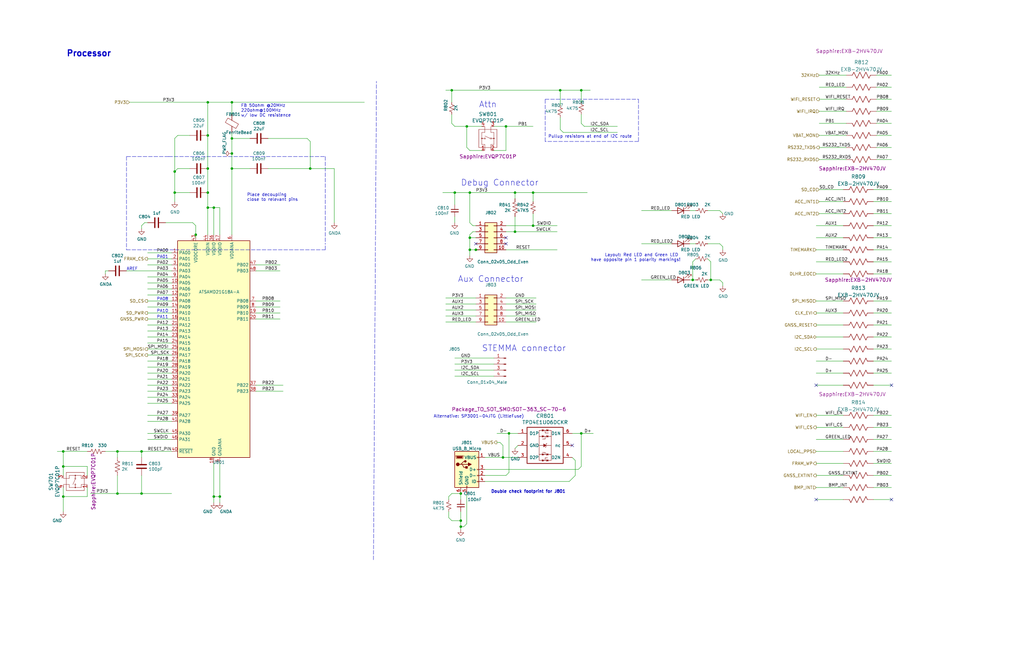
<source format=kicad_sch>
(kicad_sch (version 20211123) (generator eeschema)
  (paper "B")
  (title_block (title "Sapphire Mini M2") (date "2022-10-04") (rev "1") (company "Southern Methodist Univ") (comment 1 "Chris Hayward") (comment 2 "Markup copy w/ errors!"))
  (junction (at 97.79 71.12))
  (junction (at 97.79 43.18))
  (junction (at 292.1 118.11))
  (junction (at 49.53 190.5))
  (junction (at 87.63 81.28))
  (junction (at 73.66 72.39))
  (junction (at 130.81 71.12))
  (junction (at 87.63 43.18))
  (junction (at 224.79 81.28))
  (junction (at 90.17 209.55))
  (junction (at 198.12 105.41))
  (junction (at 59.69 190.5))
  (junction (at 190.5 38.1))
  (junction (at 194.31 219.71))
  (junction (at 87.63 87.63))
  (junction (at 299.72 118.11))
  (junction (at 194.31 208.28))
  (junction (at 213.36 53.34))
  (junction (at 198.12 81.28))
  (junction (at 73.66 81.28))
  (junction (at 82.55 99.06))
  (junction (at 212.09 193.04))
  (junction (at 214.63 182.88))
  (junction (at 59.69 208.28))
  (junction (at 92.71 209.55))
  (junction (at 217.17 97.79))
  (junction (at 196.85 53.34))
  (junction (at 198.12 100.33))
  (junction (at 191.77 81.28))
  (junction (at 87.63 57.15))
  (junction (at 87.63 71.12))
  (junction (at 236.22 38.1))
  (junction (at 217.17 81.28))
  (junction (at 26.67 209.55))
  (junction (at 49.53 208.28))
  (junction (at 194.31 222.25))
  (junction (at 97.79 58.42))
  (junction (at 245.11 38.1))
  (junction (at 224.79 95.25))
  (junction (at 200.66 105.41))
  (junction (at 26.67 190.5))
  (junction (at 97.79 64.77))
  (junction (at 245.11 182.88))
  (junction (at 90.17 87.63))
  (junction (at 26.67 196.85))
  (no_connect (at 241.3 187.96))
  (no_connect (at 213.36 102.87))
  (no_connect (at 375.92 162.56))
  (no_connect (at 375.92 210.82))
  (no_connect (at 344.17 162.56))
  (no_connect (at 344.17 210.82))
  (no_connect (at 200.66 102.87))
  (no_connect (at 213.36 100.33))
  (wire (pts (xy 345.44 57.15) (xy 356.87 57.15)))
  (wire (pts (xy 344.17 180.34) (xy 355.6 180.34)))
  (wire (pts (xy 270.51 118.11) (xy 283.21 118.11)))
  (wire (pts (xy 344.17 157.48) (xy 355.6 157.48)))
  (wire (pts (xy 217.17 97.79) (xy 213.36 97.79)))
  (wire (pts (xy 368.3 157.48) (xy 375.92 157.48)))
  (wire (pts (xy 213.36 105.41) (xy 234.95 105.41)))
  (wire (pts (xy 62.23 185.42) (xy 72.39 185.42)))
  (wire (pts (xy 87.63 71.12) (xy 87.63 81.28)))
  (wire (pts (xy 298.45 118.11) (xy 299.72 118.11)))
  (wire (pts (xy 49.53 193.04) (xy 49.53 190.5)))
  (wire (pts (xy 199.39 97.79) (xy 198.12 99.06)))
  (wire (pts (xy 237.49 55.88) (xy 260.35 55.88)))
  (wire (pts (xy 213.36 63.5) (xy 208.28 63.5)))
  (wire (pts (xy 62.23 137.16) (xy 72.39 137.16)))
  (wire (pts (xy 344.17 147.32) (xy 355.6 147.32)))
  (wire (pts (xy 214.63 182.88) (xy 218.44 182.88)))
  (wire (pts (xy 213.36 133.35) (xy 226.06 133.35)))
  (wire (pts (xy 213.36 135.89) (xy 226.06 135.89)))
  (wire (pts (xy 97.79 58.42) (xy 105.41 58.42)))
  (wire (pts (xy 217.17 81.28) (xy 224.79 81.28)))
  (wire (pts (xy 368.3 127) (xy 375.92 127)))
  (wire (pts (xy 200.66 97.79) (xy 199.39 97.79)))
  (wire (pts (xy 245.11 182.88) (xy 250.19 182.88)))
  (wire (pts (xy 242.57 194.31) (xy 242.57 200.66)))
  (wire (pts (xy 62.23 175.26) (xy 72.39 175.26)))
  (wire (pts (xy 200.66 128.27) (xy 187.96 128.27)))
  (wire (pts (xy 198.12 105.41) (xy 198.12 107.95)))
  (wire (pts (xy 44.45 114.3) (xy 44.45 115.57)))
  (wire (pts (xy 26.67 200.66) (xy 26.67 196.85)))
  (wire (pts (xy 212.09 193.04) (xy 204.47 193.04)))
  (wire (pts (xy 292.1 118.11) (xy 292.1 110.49)))
  (wire (pts (xy 195.58 222.25) (xy 194.31 222.25)))
  (wire (pts (xy 203.2 53.34) (xy 196.85 53.34)))
  (wire (pts (xy 368.3 80.01) (xy 375.92 80.01)))
  (wire (pts (xy 292.1 110.49) (xy 293.37 109.22)))
  (wire (pts (xy 213.36 125.73) (xy 226.06 125.73)))
  (wire (pts (xy 344.17 142.24) (xy 355.6 142.24)))
  (wire (pts (xy 62.23 106.68) (xy 72.39 106.68)))
  (wire (pts (xy 72.39 132.08) (xy 62.23 132.08)))
  (wire (pts (xy 292.1 118.11) (xy 293.37 118.11)))
  (wire (pts (xy 209.55 186.69) (xy 210.82 186.69)))
  (wire (pts (xy 36.83 209.55) (xy 26.67 209.55)))
  (wire (pts (xy 59.69 193.04) (xy 59.69 190.5)))
  (wire (pts (xy 368.3 185.42) (xy 375.92 185.42)))
  (wire (pts (xy 62.23 111.76) (xy 72.39 111.76)))
  (wire (pts (xy 236.22 54.61) (xy 237.49 55.88)))
  (wire (pts (xy 198.12 93.98) (xy 198.12 81.28)))
  (wire (pts (xy 214.63 182.88) (xy 214.63 199.39)))
  (wire (pts (xy 194.31 208.28) (xy 194.31 210.82)))
  (wire (pts (xy 213.36 200.66) (xy 214.63 199.39)))
  (wire (pts (xy 213.36 63.5) (xy 213.36 53.34)))
  (wire (pts (xy 245.11 52.07) (xy 246.38 53.34)))
  (wire (pts (xy 90.17 99.06) (xy 90.17 87.63)))
  (wire (pts (xy 344.17 110.49) (xy 355.6 110.49)))
  (wire (pts (xy 236.22 49.53) (xy 236.22 54.61)))
  (wire (pts (xy 49.53 190.5) (xy 44.45 190.5)))
  (wire (pts (xy 72.39 190.5) (xy 59.69 190.5)))
  (wire (pts (xy 189.23 215.9) (xy 189.23 218.44)))
  (wire (pts (xy 107.95 111.76) (xy 118.11 111.76)))
  (wire (pts (xy 38.1 208.28) (xy 49.53 208.28)))
  (wire (pts (xy 345.44 85.09) (xy 355.6 85.09)))
  (wire (pts (xy 190.5 43.18) (xy 190.5 38.1)))
  (wire (pts (xy 208.28 156.21) (xy 191.77 156.21)))
  (wire (pts (xy 369.57 31.75) (xy 375.92 31.75)))
  (wire (pts (xy 73.66 81.28) (xy 73.66 85.09)))
  (wire (pts (xy 90.17 209.55) (xy 90.17 212.09)))
  (wire (pts (xy 209.55 182.88) (xy 214.63 182.88)))
  (wire (pts (xy 344.17 175.26) (xy 355.6 175.26)))
  (wire (pts (xy 26.67 196.85) (xy 36.83 196.85)))
  (wire (pts (xy 368.3 162.56) (xy 375.92 162.56)))
  (wire (pts (xy 345.44 90.17) (xy 355.6 90.17)))
  (wire (pts (xy 73.66 72.39) (xy 74.93 71.12)))
  (wire (pts (xy 368.3 95.25) (xy 375.92 95.25)))
  (wire (pts (xy 345.44 41.91) (xy 356.87 41.91)))
  (polyline (pts (xy 137.16 105.41) (xy 137.16 102.87)))
  (wire (pts (xy 345.44 52.07) (xy 356.87 52.07)))
  (wire (pts (xy 344.17 185.42) (xy 355.6 185.42)))
  (wire (pts (xy 369.57 67.31) (xy 375.92 67.31)))
  (wire (pts (xy 62.23 182.88) (xy 72.39 182.88)))
  (wire (pts (xy 62.23 177.8) (xy 72.39 177.8)))
  (wire (pts (xy 236.22 38.1) (xy 236.22 44.45)))
  (wire (pts (xy 212.09 187.96) (xy 212.09 193.04)))
  (wire (pts (xy 194.31 215.9) (xy 194.31 219.71)))
  (wire (pts (xy 290.83 102.87) (xy 293.37 102.87)))
  (wire (pts (xy 344.17 200.66) (xy 355.6 200.66)))
  (wire (pts (xy 97.79 43.18) (xy 153.67 43.18)))
  (wire (pts (xy 97.79 71.12) (xy 105.41 71.12)))
  (wire (pts (xy 208.28 153.67) (xy 191.77 153.67)))
  (wire (pts (xy 73.66 81.28) (xy 80.01 81.28)))
  (wire (pts (xy 196.85 220.98) (xy 195.58 222.25)))
  (wire (pts (xy 107.95 114.3) (xy 118.11 114.3)))
  (wire (pts (xy 73.66 58.42) (xy 73.66 72.39)))
  (wire (pts (xy 130.81 59.69) (xy 130.81 71.12)))
  (wire (pts (xy 62.23 116.84) (xy 72.39 116.84)))
  (wire (pts (xy 196.85 208.28) (xy 196.85 220.98)))
  (wire (pts (xy 198.12 81.28) (xy 217.17 81.28)))
  (wire (pts (xy 345.44 46.99) (xy 356.87 46.99)))
  (wire (pts (xy 369.57 52.07) (xy 375.92 52.07)))
  (wire (pts (xy 368.3 205.74) (xy 375.92 205.74)))
  (wire (pts (xy 344.17 132.08) (xy 355.6 132.08)))
  (wire (pts (xy 299.72 118.11) (xy 299.72 110.49)))
  (wire (pts (xy 298.45 88.9) (xy 303.53 88.9)))
  (wire (pts (xy 369.57 46.99) (xy 375.92 46.99)))
  (wire (pts (xy 36.83 205.74) (xy 36.83 209.55)))
  (wire (pts (xy 303.53 118.11) (xy 299.72 118.11)))
  (wire (pts (xy 49.53 208.28) (xy 59.69 208.28)))
  (wire (pts (xy 140.97 71.12) (xy 140.97 93.98)))
  (wire (pts (xy 200.66 130.81) (xy 187.96 130.81)))
  (wire (pts (xy 303.53 102.87) (xy 298.45 102.87)))
  (wire (pts (xy 369.57 36.83) (xy 375.92 36.83)))
  (wire (pts (xy 344.17 115.57) (xy 355.6 115.57)))
  (wire (pts (xy 240.03 203.2) (xy 242.57 200.66)))
  (wire (pts (xy 72.39 134.62) (xy 62.23 134.62)))
  (wire (pts (xy 368.3 152.4) (xy 375.92 152.4)))
  (wire (pts (xy 345.44 31.75) (xy 356.87 31.75)))
  (wire (pts (xy 36.83 196.85) (xy 36.83 200.66)))
  (wire (pts (xy 283.21 102.87) (xy 270.51 102.87)))
  (wire (pts (xy 87.63 57.15) (xy 87.63 71.12)))
  (wire (pts (xy 53.34 114.3) (xy 72.39 114.3)))
  (wire (pts (xy 191.77 86.36) (xy 191.77 81.28)))
  (wire (pts (xy 344.17 137.16) (xy 355.6 137.16)))
  (wire (pts (xy 345.44 36.83) (xy 356.87 36.83)))
  (wire (pts (xy 190.5 219.71) (xy 194.31 219.71)))
  (wire (pts (xy 87.63 43.18) (xy 87.63 57.15)))
  (wire (pts (xy 80.01 57.15) (xy 74.93 57.15)))
  (wire (pts (xy 368.3 90.17) (xy 375.92 90.17)))
  (wire (pts (xy 62.23 152.4) (xy 72.39 152.4)))
  (polyline (pts (xy 53.34 66.04) (xy 53.34 105.41)))
  (wire (pts (xy 82.55 100.33) (xy 82.55 99.06)))
  (wire (pts (xy 200.66 133.35) (xy 187.96 133.35)))
  (wire (pts (xy 217.17 91.44) (xy 217.17 97.79)))
  (wire (pts (xy 26.67 190.5) (xy 24.13 190.5)))
  (wire (pts (xy 130.81 71.12) (xy 140.97 71.12)))
  (polyline (pts (xy 229.87 59.69) (xy 229.87 41.91)))
  (wire (pts (xy 344.17 95.25) (xy 355.6 95.25)))
  (wire (pts (xy 368.3 100.33) (xy 375.92 100.33)))
  (wire (pts (xy 345.44 67.31) (xy 356.87 67.31)))
  (wire (pts (xy 113.03 58.42) (xy 129.54 58.42)))
  (wire (pts (xy 200.66 105.41) (xy 198.12 105.41)))
  (wire (pts (xy 92.71 195.58) (xy 92.71 209.55)))
  (wire (pts (xy 194.31 222.25) (xy 194.31 223.52)))
  (wire (pts (xy 97.79 71.12) (xy 97.79 99.06)))
  (wire (pts (xy 241.3 193.04) (xy 242.57 194.31)))
  (wire (pts (xy 200.66 135.89) (xy 187.96 135.89)))
  (wire (pts (xy 236.22 38.1) (xy 245.11 38.1)))
  (wire (pts (xy 245.11 48.26) (xy 245.11 52.07)))
  (wire (pts (xy 62.23 157.48) (xy 72.39 157.48)))
  (wire (pts (xy 243.84 198.12) (xy 245.11 196.85)))
  (wire (pts (xy 62.23 147.32) (xy 72.39 147.32)))
  (wire (pts (xy 241.3 182.88) (xy 245.11 182.88)))
  (wire (pts (xy 200.66 95.25) (xy 199.39 95.25)))
  (wire (pts (xy 59.69 208.28) (xy 59.69 200.66)))
  (polyline (pts (xy 71.12 66.04) (xy 53.34 66.04)))
  (wire (pts (xy 189.23 218.44) (xy 190.5 219.71)))
  (wire (pts (xy 191.77 53.34) (xy 196.85 53.34)))
  (wire (pts (xy 62.23 154.94) (xy 72.39 154.94)))
  (polyline (pts (xy 137.16 66.04) (xy 137.16 102.87)))
  (wire (pts (xy 368.3 105.41) (xy 375.92 105.41)))
  (wire (pts (xy 369.57 41.91) (xy 375.92 41.91)))
  (wire (pts (xy 200.66 125.73) (xy 187.96 125.73)))
  (wire (pts (xy 49.53 200.66) (xy 49.53 208.28)))
  (wire (pts (xy 224.79 95.25) (xy 213.36 95.25)))
  (wire (pts (xy 189.23 209.55) (xy 190.5 208.28)))
  (polyline (pts (xy 229.87 41.91) (xy 269.24 41.91)))
  (wire (pts (xy 208.28 158.75) (xy 191.77 158.75)))
  (wire (pts (xy 69.85 93.98) (xy 81.28 93.98)))
  (wire (pts (xy 344.17 190.5) (xy 355.6 190.5)))
  (wire (pts (xy 87.63 43.18) (xy 97.79 43.18)))
  (wire (pts (xy 213.36 130.81) (xy 226.06 130.81)))
  (wire (pts (xy 87.63 87.63) (xy 90.17 87.63)))
  (wire (pts (xy 304.8 104.14) (xy 304.8 105.41)))
  (wire (pts (xy 303.53 118.11) (xy 304.8 119.38)))
  (wire (pts (xy 204.47 200.66) (xy 213.36 200.66)))
  (wire (pts (xy 245.11 43.18) (xy 245.11 38.1)))
  (wire (pts (xy 92.71 209.55) (xy 92.71 212.09)))
  (polyline (pts (xy 157.48 236.22) (xy 158.75 34.29)))
  (wire (pts (xy 82.55 99.06) (xy 82.55 95.25)))
  (wire (pts (xy 26.67 209.55) (xy 26.67 215.9)))
  (wire (pts (xy 369.57 57.15) (xy 375.92 57.15)))
  (wire (pts (xy 59.69 95.25) (xy 60.96 93.98)))
  (wire (pts (xy 368.3 132.08) (xy 375.92 132.08)))
  (wire (pts (xy 191.77 81.28) (xy 198.12 81.28)))
  (wire (pts (xy 234.95 97.79) (xy 217.17 97.79)))
  (wire (pts (xy 72.39 127) (xy 62.23 127)))
  (wire (pts (xy 73.66 81.28) (xy 73.66 72.39)))
  (wire (pts (xy 62.23 167.64) (xy 72.39 167.64)))
  (wire (pts (xy 368.3 175.26) (xy 375.92 175.26)))
  (wire (pts (xy 368.3 190.5) (xy 375.92 190.5)))
  (wire (pts (xy 368.3 85.09) (xy 375.92 85.09)))
  (wire (pts (xy 194.31 219.71) (xy 194.31 222.25)))
  (wire (pts (xy 60.96 93.98) (xy 62.23 93.98)))
  (wire (pts (xy 196.85 62.23) (xy 196.85 53.34)))
  (wire (pts (xy 74.93 71.12) (xy 80.01 71.12)))
  (wire (pts (xy 344.17 195.58) (xy 355.6 195.58)))
  (wire (pts (xy 187.96 38.1) (xy 190.5 38.1)))
  (wire (pts (xy 90.17 209.55) (xy 92.71 209.55)))
  (wire (pts (xy 190.5 38.1) (xy 236.22 38.1)))
  (wire (pts (xy 210.82 186.69) (xy 212.09 187.96)))
  (wire (pts (xy 62.23 121.92) (xy 72.39 121.92)))
  (wire (pts (xy 90.17 87.63) (xy 92.71 87.63)))
  (wire (pts (xy 368.3 200.66) (xy 375.92 200.66)))
  (wire (pts (xy 224.79 90.17) (xy 224.79 95.25)))
  (wire (pts (xy 92.71 87.63) (xy 92.71 99.06)))
  (wire (pts (xy 97.79 58.42) (xy 97.79 55.88)))
  (wire (pts (xy 345.44 80.01) (xy 355.6 80.01)))
  (wire (pts (xy 204.47 198.12) (xy 243.84 198.12)))
  (wire (pts (xy 97.79 64.77) (xy 97.79 58.42)))
  (wire (pts (xy 224.79 81.28) (xy 247.65 81.28)))
  (wire (pts (xy 107.95 129.54) (xy 118.11 129.54)))
  (polyline (pts (xy 269.24 59.69) (xy 229.87 59.69)))
  (wire (pts (xy 186.69 81.28) (xy 191.77 81.28)))
  (wire (pts (xy 368.3 137.16) (xy 375.92 137.16)))
  (wire (pts (xy 62.23 119.38) (xy 72.39 119.38)))
  (wire (pts (xy 208.28 151.13) (xy 191.77 151.13)))
  (wire (pts (xy 368.3 210.82) (xy 375.92 210.82)))
  (wire (pts (xy 107.95 132.08) (xy 118.11 132.08)))
  (wire (pts (xy 201.93 105.41) (xy 200.66 105.41)))
  (wire (pts (xy 26.67 196.85) (xy 26.67 190.5)))
  (wire (pts (xy 59.69 96.52) (xy 59.69 95.25)))
  (wire (pts (xy 90.17 195.58) (xy 90.17 209.55)))
  (wire (pts (xy 62.23 139.7) (xy 72.39 139.7)))
  (wire (pts (xy 344.17 152.4) (xy 355.6 152.4)))
  (wire (pts (xy 344.17 162.56) (xy 355.6 162.56)))
  (wire (pts (xy 290.83 118.11) (xy 292.1 118.11)))
  (wire (pts (xy 62.23 129.54) (xy 72.39 129.54)))
  (wire (pts (xy 203.2 63.5) (xy 198.12 63.5)))
  (wire (pts (xy 217.17 189.23) (xy 218.44 187.96)))
  (wire (pts (xy 36.83 190.5) (xy 26.67 190.5)))
  (wire (pts (xy 204.47 203.2) (xy 240.03 203.2)))
  (wire (pts (xy 290.83 88.9) (xy 293.37 88.9)))
  (wire (pts (xy 368.3 115.57) (xy 375.92 115.57)))
  (wire (pts (xy 344.17 210.82) (xy 355.6 210.82)))
  (polyline (pts (xy 53.34 105.41) (xy 137.16 105.41)))
  (wire (pts (xy 107.95 165.1) (xy 119.38 165.1)))
  (wire (pts (xy 344.17 105.41) (xy 355.6 105.41)))
  (wire (pts (xy 190.5 208.28) (xy 194.31 208.28)))
  (wire (pts (xy 97.79 71.12) (xy 97.79 64.77)))
  (polyline (pts (xy 71.12 66.04) (xy 137.16 66.04)))
  (wire (pts (xy 245.11 182.88) (xy 245.11 196.85)))
  (wire (pts (xy 283.21 88.9) (xy 270.51 88.9)))
  (wire (pts (xy 81.28 93.98) (xy 82.55 95.25)))
  (wire (pts (xy 344.17 100.33) (xy 355.6 100.33)))
  (wire (pts (xy 59.69 208.28) (xy 72.39 208.28)))
  (wire (pts (xy 87.63 87.63) (xy 87.63 81.28)))
  (wire (pts (xy 200.66 100.33) (xy 198.12 100.33)))
  (wire (pts (xy 62.23 142.24) (xy 72.39 142.24)))
  (wire (pts (xy 344.17 127) (xy 355.6 127)))
  (wire (pts (xy 368.3 147.32) (xy 375.92 147.32)))
  (wire (pts (xy 129.54 58.42) (xy 130.81 59.69)))
  (wire (pts (xy 303.53 88.9) (xy 304.8 90.17)))
  (wire (pts (xy 304.8 119.38) (xy 304.8 120.65)))
  (wire (pts (xy 62.23 160.02) (xy 72.39 160.02)))
  (wire (pts (xy 212.09 193.04) (xy 218.44 193.04)))
  (wire (pts (xy 190.5 52.07) (xy 191.77 53.34)))
  (wire (pts (xy 62.23 165.1) (xy 72.39 165.1)))
  (wire (pts (xy 303.53 102.87) (xy 304.8 104.14)))
  (wire (pts (xy 198.12 99.06) (xy 198.12 100.33)))
  (wire (pts (xy 62.23 170.18) (xy 72.39 170.18)))
  (wire (pts (xy 213.36 128.27) (xy 226.06 128.27)))
  (wire (pts (xy 54.61 43.18) (xy 87.63 43.18)))
  (wire (pts (xy 198.12 63.5) (xy 196.85 62.23)))
  (wire (pts (xy 87.63 99.06) (xy 87.63 87.63)))
  (wire (pts (xy 344.17 205.74) (xy 355.6 205.74)))
  (wire (pts (xy 190.5 48.26) (xy 190.5 52.07)))
  (wire (pts (xy 213.36 53.34) (xy 224.79 53.34)))
  (wire (pts (xy 368.3 195.58) (xy 375.92 195.58)))
  (wire (pts (xy 345.44 62.23) (xy 356.87 62.23)))
  (wire (pts (xy 107.95 162.56) (xy 119.38 162.56)))
  (wire (pts (xy 199.39 95.25) (xy 198.12 93.98)))
  (wire (pts (xy 213.36 53.34) (xy 208.28 53.34)))
  (wire (pts (xy 72.39 149.86) (xy 62.23 149.86)))
  (wire (pts (xy 246.38 53.34) (xy 260.35 53.34)))
  (wire (pts (xy 107.95 127) (xy 118.11 127)))
  (wire (pts (xy 191.77 93.98) (xy 191.77 91.44)))
  (wire (pts (xy 59.69 190.5) (xy 49.53 190.5)))
  (wire (pts (xy 44.45 114.3) (xy 45.72 114.3)))
  (wire (pts (xy 189.23 210.82) (xy 189.23 209.55)))
  (wire (pts (xy 198.12 100.33) (xy 198.12 105.41)))
  (wire (pts (xy 113.03 71.12) (xy 130.81 71.12)))
  (wire (pts (xy 368.3 180.34) (xy 375.92 180.34)))
  (wire (pts (xy 368.3 142.24) (xy 375.92 142.24)))
  (wire (pts (xy 368.3 110.49) (xy 375.92 110.49)))
  (wire (pts (xy 217.17 81.28) (xy 217.17 83.82)))
  (polyline (pts (xy 269.24 41.91) (xy 269.24 59.69)))
  (wire (pts (xy 72.39 109.22) (xy 62.23 109.22)))
  (wire (pts (xy 245.11 38.1) (xy 248.92 38.1)))
  (wire (pts (xy 62.23 162.56) (xy 72.39 162.56)))
  (wire (pts (xy 62.23 124.46) (xy 72.39 124.46)))
  (wire (pts (xy 74.93 57.15) (xy 73.66 58.42)))
  (wire (pts (xy 26.67 205.74) (xy 26.67 209.55)))
  (wire (pts (xy 369.57 62.23) (xy 375.92 62.23)))
  (wire (pts (xy 107.95 134.62) (xy 118.11 134.62)))
  (wire (pts (xy 62.23 144.78) (xy 72.39 144.78)))
  (wire (pts (xy 224.79 85.09) (xy 224.79 81.28)))
  (wire (pts (xy 299.72 110.49) (xy 298.45 109.22)))
  (wire (pts (xy 234.95 95.25) (xy 224.79 95.25)))
  (wire (pts (xy 97.79 48.26) (xy 97.79 43.18)))
  (text "PA08" (at 66.04 127 0) (effects (font (size 1.27 1.27)) (justify left bottom)))
  (text "PA10" (at 66.04 132.08 0) (effects (font (size 1.27 1.27)) (justify left bottom)))
  (text "PA11" (at 66.04 134.62 0) (effects (font (size 1.27 1.27)) (justify left bottom)))
  (text "Double check footprint for J801" (at 207.01 208.28 0) (effects (font (size 1.27 1.27) (thickness 0.254) bold) (justify left bottom)))
  (text "Processor" (at 27.94 24.13 0) (effects (font (size 2.5 2.5) (thickness 0.5) bold) (justify left bottom)))
  (text "Layout: Red LED and Green LED \nhave opposite pin 1 polarity markings!" (at 287.02 110.49 0) (effects (font (size 1.27 1.27)) (justify right bottom)))
  (text "Debug Connector" (at 194.31 78.74 0) (effects (font (size 2.54 2.54)) (justify left bottom)))
  (text "AREF\n" (at 53.34 114.3 0) (effects (font (size 1.27 1.27)) (justify left bottom)))
  (text "Attn" (at 201.93 45.72 0) (effects (font (size 2.54 2.54)) (justify left bottom)))
  (text "Alternative: SP3001-04JTG (LittleFuse)" (at 220.98 176.53 180) (effects (font (size 1.27 1.27)) (justify right bottom)))
  (text "PA01" (at 66.04 109.22 0) (effects (font (size 1.27 1.27)) (justify left bottom)))
  (text "Pullup resistors at end of I2C route\n" (at 231.14 58.42 0) (effects (font (size 1.27 1.27)) (justify left bottom)))
  (text "FB 50ohm @20MHz \n220ohm@100MHz \nw/ low DC resistence" (at 101.6 49.53 0) (effects (font (size 1.27 1.27)) (justify left bottom)))
  (text "STEMMA connector\n" (at 203.2 148.59 0) (effects (font (size 2.54 2.54)) (justify left bottom)))
  (text "Place decoupling \nclose to relevant pins" (at 104.14 85.09 0) (effects (font (size 1.27 1.27)) (justify left bottom)))
  (text "Aux Connector" (at 193.04 119.38 0) (effects (font (size 2.54 2.54)) (justify left bottom)))
  (label "I2C_SCL" (at 248.92 55.88 0))
  (label "PA22" (at 66.04 162.56 0))
  (label "PA25" (at 66.04 170.18 0))
  (label "PB10" (at 369.57 85.09 0))
  (label "PA15" (at 369.57 110.49 0))
  (label "SPI_SCK" (at 63.5 149.86 0))
  (label "PA07" (at 369.57 67.31 0))
  (label "RED_LED" (at 347.98 36.83 0))
  (label "D+" (at 347.98 157.48 0))
  (label "SWDIO" (at 232.41 95.25 180))
  (label "PA05" (at 66.04 119.38 0))
  (label "GNSS_EXTINT" (at 349.25 200.66 0))
  (label "WIFI_EN" (at 347.98 175.26 0))
  (label "PA27" (at 66.04 175.26 0))
  (label "PB11" (at 369.57 90.17 0))
  (label "PB23" (at 369.57 180.34 0))
  (label "I2C_SDA" (at 194.31 156.21 0))
  (label "ACC_INT2" (at 347.98 90.17 0))
  (label "PA00" (at 66.04 106.68 0))
  (label "PB10" (at 110.49 132.08 0))
  (label "SWCLK" (at 232.41 97.79 180))
  (label "SPI_SCK" (at 217.17 128.27 0))
  (label "PB23" (at 110.49 165.1 0))
  (label "PA13" (at 369.57 100.33 0))
  (label "PB03" (at 369.57 205.74 0))
  (label "PA27" (at 369.57 185.42 0))
  (label "PA28" (at 66.04 177.8 0))
  (label "SPI_MISO" (at 347.98 127 0))
  (label "I2C_SDA" (at 248.92 53.34 0))
  (label "ACC_INT1" (at 347.98 85.09 0))
  (label "PB02" (at 111.76 111.76 0))
  (label "AUX1" (at 347.98 95.25 0) (effects (font italic)))
  (label "SPI_MISO" (at 217.17 133.35 0))
  (label "PA21" (at 66.04 160.02 0))
  (label "D+" (at 246.38 182.88 0))
  (label "D-" (at 347.98 152.4 0))
  (label "PA09" (at 66.04 129.54 0))
  (label "AUX2" (at 190.5 130.81 0))
  (label "PB02" (at 369.57 200.66 0))
  (label "AUX1" (at 190.5 128.27 0) (effects (font italic)))
  (label "PA04" (at 369.57 52.07 0))
  (label "P3V3" (at 190.5 125.73 0))
  (label "RED_LED2" (at 347.98 110.49 0))
  (label "PA14" (at 66.04 142.24 0))
  (label "PA14" (at 369.57 105.41 0))
  (label "RED_LED2" (at 274.32 102.87 0))
  (label "VBUS" (at 210.82 193.04 180))
  (label "PB1" (at 218.44 53.34 0))
  (label "PA15" (at 66.04 144.78 0))
  (label "WIFI_IRQ" (at 347.98 46.99 0))
  (label "PB22" (at 369.57 175.26 0))
  (label "RESET" (at 27.94 190.5 0))
  (label "PA18" (at 66.04 152.4 0))
  (label "PA22" (at 369.57 142.24 0))
  (label "PB09" (at 369.57 46.99 0))
  (label "PA23" (at 66.04 165.1 0))
  (label "PA03" (at 66.04 114.3 0))
  (label "GREEN_LED" (at 274.32 118.11 0))
  (label "PA00" (at 369.57 31.75 0))
  (label "AUX3" (at 190.5 133.35 0))
  (label "P3V3" (at 201.93 38.1 0))
  (label "PA09" (at 369.57 80.01 0))
  (label "PA19" (at 66.04 154.94 0))
  (label "PA24" (at 66.04 167.64 0))
  (label "PA12" (at 66.04 137.16 0))
  (label "PA07" (at 66.04 124.46 0))
  (label "PA20" (at 369.57 132.08 0))
  (label "RED_LED" (at 190.5 135.89 0))
  (label "PA24" (at 369.57 152.4 0))
  (label "P3V3" (at 68.58 43.18 0))
  (label "SD_CD" (at 345.44 80.01 0))
  (label "WIFI_RESET" (at 347.98 41.91 0))
  (label "SPI_MOSI" (at 217.17 130.81 0))
  (label "PA28" (at 369.57 190.5 0))
  (label "D-" (at 210.82 182.88 0))
  (label "PB08" (at 369.57 41.91 0))
  (label "P3V3" (at 40.64 208.28 0))
  (label "PB11" (at 110.49 134.62 0))
  (label "GREEN_LED" (at 217.17 135.89 0))
  (label "RED_LED" (at 274.32 88.9 0))
  (label "GND" (at 194.31 151.13 0))
  (label "PA13" (at 66.04 139.7 0))
  (label "TIMEMARK" (at 347.98 105.41 0))
  (label "PA20" (at 66.04 157.48 0))
  (label "PA02" (at 66.04 111.76 0))
  (label "SWDIO" (at 64.77 185.42 0))
  (label "VBAT_MON" (at 347.98 57.15 0))
  (label "PB09" (at 110.49 129.54 0))
  (label "PA18" (at 369.57 115.57 0))
  (label "PA06" (at 66.04 121.92 0))
  (label "PB03" (at 111.76 114.3 0))
  (label "PB22" (at 110.49 162.56 0))
  (label "PB08" (at 110.49 127 0))
  (label "SWCLK" (at 64.77 182.88 0))
  (label "PA05" (at 369.57 57.15 0))
  (label "RESET_PIN" (at 62.23 190.5 0))
  (label "I2C_SCL" (at 194.31 158.75 0))
  (label "GND" (at 217.17 125.73 0))
  (label "GREEN_LED" (at 347.98 185.42 0))
  (label "PA04" (at 66.04 116.84 0))
  (label "BMP_INT" (at 349.25 205.74 0))
  (label "PA12" (at 369.57 95.25 0))
  (label "PA19" (at 369.57 127 0))
  (label "SPI_MOSI" (at 62.23 147.32 0))
  (label "P3V3" (at 194.31 153.67 0))
  (label "PA23" (at 369.57 147.32 0))
  (label "PA06" (at 369.57 62.23 0))
  (label "SWDIO" (at 369.57 195.58 0))
  (label "PA25" (at 369.57 157.48 0))
  (label "RESET" (at 223.52 105.41 180))
  (label "WIFI_CS" (at 347.98 180.34 0))
  (label "PA02" (at 369.57 36.83 0))
  (label "RS232_TXD5" (at 346.71 62.23 0))
  (label "PB1" (at 347.98 52.07 0))
  (label "RS232_RXD5" (at 346.71 67.31 0))
  (label "32KHz" (at 347.98 31.75 0))
  (label "AUX3" (at 347.98 132.08 0))
  (label "AUX2" (at 347.98 100.33 0) (effects (font italic)))
  (label "P3V3" (at 200.66 81.28 0))
  (label "PA21" (at 369.57 137.16 0))
  (hierarchical_label "DLHR_EOC" (shape input) (at 344.17 115.57 180))
  (hierarchical_label "GNSS_PWR" (shape output) (at 62.23 134.62 180))
  (hierarchical_label "WIFI_CS" (shape output) (at 344.17 180.34 180))
  (hierarchical_label "SPI_MOSI" (shape output) (at 62.23 147.32 180))
  (hierarchical_label "SD_PWR" (shape output) (at 62.23 132.08 180))
  (hierarchical_label "ACC_INT1" (shape input) (at 345.44 85.09 180))
  (hierarchical_label "WIFI_IRQ" (shape input) (at 345.44 46.99 180))
  (hierarchical_label "SPI_SCK" (shape output) (at 62.23 149.86 180))
  (hierarchical_label "FRAM_WP" (shape output) (at 344.17 195.58 180))
  (hierarchical_label "BMP_INT" (shape input) (at 344.17 205.74 180))
  (hierarchical_label "ACC_INT2" (shape input) (at 345.44 90.17 180))
  (hierarchical_label "LOCAL_PPS" (shape input) (at 344.17 190.5 180))
  (hierarchical_label "RS232_TXD5" (shape output) (at 345.44 62.23 180))
  (hierarchical_label "32KHz" (shape input) (at 345.44 31.75 180))
  (hierarchical_label "VBUS" (shape output) (at 209.55 186.69 180))
  (hierarchical_label "RS232_RXD5" (shape input) (at 345.44 67.31 180))
  (hierarchical_label "VBAT_MON" (shape input) (at 345.44 57.15 180))
  (hierarchical_label "FRAM_CS" (shape output) (at 62.23 109.22 180))
  (hierarchical_label "GNSS_EXTINT" (shape output) (at 344.17 200.66 180))
  (hierarchical_label "P3V3" (shape input) (at 54.61 43.18 180))
  (hierarchical_label "SD_CD" (shape input) (at 345.44 80.01 180))
  (hierarchical_label "TIMEMARK" (shape input) (at 344.17 105.41 180))
  (hierarchical_label "SD_CS" (shape output) (at 62.23 127 180))
  (hierarchical_label "SPI_MISO" (shape input) (at 344.17 127 180))
  (hierarchical_label "GNSS_RESET" (shape output) (at 344.17 137.16 180))
  (hierarchical_label "I2C_SDA" (shape bidirectional) (at 344.17 142.24 180))
  (hierarchical_label "CLK_EVI" (shape output) (at 344.17 132.08 180))
  (hierarchical_label "I2C_SCL" (shape output) (at 344.17 147.32 180))
  (hierarchical_label "WIFI_EN" (shape output) (at 344.17 175.26 180))
  (hierarchical_label "WIFI_RESET" (shape output) (at 345.44 41.91 180))
  (symbol (lib_id "power:GND") (at 90.17 212.09 0) (unit 1)
    (property "Reference" "#PWR0809" (effects hide))
    (property "Value" "GND" (at 87.63 215.9 0))
  )
  (symbol (lib_id "Device:C") (at 66.04 93.98 270) (unit 1)
    (property "Reference" "C804" (at 60.96 91.44 90))
    (property "Value" "1uf" (at 66.04 89.8906 90))
    (property "Footprint" "Capacitor_SMD:C_0603_1608Metric" (effects hide))
    (property "Description" "1 µF ±10% 16V Ceramic Capacitor X7R 0805 (2012 Metric)" (effects hide))
    (property "MPN" "CL21B105KOFNNNG" (effects hide))
    (property "Manufacturer" "Samsung" (effects hide))
    (property "Populate" "1" (effects hide))
    (property "Voltage" "16" (effects hide))
  )
  (symbol (lib_id "power:GND") (at 59.69 96.52 0) (unit 1)
    (property "Reference" "#PWR0807" (effects hide))
    (property "Value" "GND" (at 59.817 100.9142 0))
  )
  (symbol (lib_id "Device:C") (at 109.22 71.12 270) (unit 1)
    (property "Reference" "C809" (at 109.22 64.7192 90))
    (property "Value" "100nF" (at 109.22 67.0306 90))
    (property "Footprint" "Capacitor_SMD:C_0402_1005Metric" (effects hide))
    (property "Description" "0.1 µF ±10% 25V Ceramic Capacitor X5R 0402 (1005 Metric)" (effects hide))
    (property "MPN" "CL05A104KA5NNNC" (effects hide))
    (property "Manufacturer" "Samsung" (effects hide))
    (property "Populate" "1" (effects hide))
    (property "Voltage" "25" (effects hide))
  )
  (symbol (lib_id "Device:C") (at 109.22 58.42 270) (unit 1)
    (property "Reference" "C808" (at 109.22 52.0192 90))
    (property "Value" "22uF" (at 109.22 54.3306 90))
    (property "Footprint" "Capacitor_SMD:C_0805_2012Metric" (effects hide))
    (property "Description" "22 µF ±20% 25V Ceramic Capacitor X5R 0805 (2012 Metric)" (effects hide))
    (property "MPN" "CL21A226MAYNNNE" (effects hide))
    (property "Manufacturer" "Samsung" (effects hide))
    (property "Populate" "1" (effects hide))
    (property "Voltage" "16" (effects hide))
  )
  (symbol (lib_id "power:GNDA") (at 140.97 93.98 0) (unit 1)
    (property "Reference" "#PWR0811" (effects hide))
    (property "Value" "GNDA" (at 141.097 98.3742 0))
  )
  (symbol (lib_id "power:GNDA") (at 92.71 212.09 0) (unit 1)
    (property "Reference" "#PWR0810" (effects hide))
    (property "Value" "GNDA" (at 95.25 215.9 0))
  )
  (symbol (lib_id "Device:C") (at 83.82 71.12 270) (unit 1)
    (property "Reference" "C806" (at 83.82 64.7192 90))
    (property "Value" "100nF" (at 83.82 67.0306 90))
    (property "Footprint" "Capacitor_SMD:C_0402_1005Metric" (effects hide))
    (property "Description" "0.1 µF ±10% 25V Ceramic Capacitor X5R 0402 (1005 Metric)" (effects hide))
    (property "MPN" "CL05A104KA5NNNC" (effects hide))
    (property "Manufacturer" "Samsung" (effects hide))
    (property "Populate" "1" (effects hide))
    (property "Voltage" "25" (effects hide))
  )
  (symbol (lib_id "Device:C") (at 83.82 81.28 270) (unit 1)
    (property "Reference" "C807" (at 83.82 74.8792 90))
    (property "Value" "100nF" (at 83.82 77.1906 90))
    (property "Footprint" "Capacitor_SMD:C_0402_1005Metric" (effects hide))
    (property "Description" "0.1 µF ±10% 25V Ceramic Capacitor X5R 0402 (1005 Metric)" (effects hide))
    (property "MPN" "CL05A104KA5NNNC" (effects hide))
    (property "Manufacturer" "Samsung" (effects hide))
    (property "Populate" "1" (effects hide))
    (property "Voltage" "25" (effects hide))
  )
  (symbol (lib_id "power:GND") (at 73.66 85.09 0) (unit 1)
    (property "Reference" "#PWR0808" (effects hide))
    (property "Value" "GND" (at 73.787 89.4842 0))
  )
  (symbol (lib_id "Device:R_US") (at 49.53 196.85 0) (unit 1)
    (property "Reference" "R811" (at 51.2572 195.6816 0) (effects (justify left)))
    (property "Value" "2K" (at 51.2572 197.993 0) (effects (justify left)))
    (property "Footprint" "Resistor_SMD:R_0603_1608Metric" (effects hide))
    (property "MPN" "CRCW06032K00FKEAC" (effects hide))
    (property "Manufacturer" "Vishay" (effects hide))
    (property "Description" "2 kOhms ±1% 0.1W, 1/10W Chip Resistor 0603" (effects hide))
  )
  (symbol (lib_id "Device:C") (at 59.69 196.85 180) (unit 1)
    (property "Reference" "C803" (at 62.611 195.6816 0) (effects (justify right)))
    (property "Value" "100pF" (at 62.611 197.993 0) (effects (justify right)))
    (property "Footprint" "Capacitor_SMD:C_0603_1608Metric" (effects hide))
    (property "Description" "100 pF ±5% 50V Ceramic Capacitor C0G, NP0 0603 (1608 Metric)" (effects hide))
    (property "MPN" "06035A101JAT2A" (effects hide))
    (property "Manufacturer" "KYOCERA AVX" (effects hide))
  )
  (symbol (lib_id "Device:R_US") (at 40.64 190.5 270) (unit 1)
    (property "Reference" "R810" (at 36.83 187.96 90))
    (property "Value" "330" (at 43.18 187.96 90))
    (property "Footprint" "Resistor_SMD:R_0603_1608Metric" (effects hide))
    (property "Description" "330 Ohms ±5% 0.1W, 1/10W Chip Resistor 0603 (1608 Metric) Moisture Resistant Thick Film" (effects hide))
    (property "MPN" "RC0603JR-07330RL" (effects hide))
  )
  (symbol (lib_id "Device:R_US") (at 217.17 87.63 0) (mirror y) (unit 1)
    (property "Reference" "R841" (at 215.4428 86.4616 0) (effects (justify left)))
    (property "Value" "2K" (at 215.4428 88.773 0) (effects (justify left)))
    (property "Footprint" "Resistor_SMD:R_0603_1608Metric" (effects hide))
    (property "MPN" "CRCW06032K00FKEAC" (effects hide))
    (property "Manufacturer" "Vishay" (effects hide))
    (property "Description" "2 kOhms ±1% 0.1W, 1/10W Chip Resistor 0603" (effects hide))
  )
  (symbol (lib_id "Device:R_Small_US") (at 190.5 45.72 0) (unit 1)
    (property "Reference" "R802" (at 187.96 46.99 90) (effects (justify left)))
    (property "Value" "2K" (at 192.2272 46.863 90) (effects (justify left)))
    (property "Footprint" "Resistor_SMD:R_0603_1608Metric" (effects hide))
    (property "DigiKey Price" "0.05" (effects hide))
    (property "Manufacturer" "Vishay" (effects hide))
    (property "MPN" "CRCW06032K00FKEAC" (effects hide))
    (property "Tolerance" "5%" (effects hide))
    (property "Populate" "1" (effects hide))
    (property "MacroFab_PN" "MF-RES-0603-2K" (effects hide))
    (property "Digi-Key_PN" "541-3953-1-ND" (effects hide))
    (property "Distributor" "Digikey" (effects hide))
    (property "DPN" "490-10748-1-ND" (effects hide))
    (property "Description" "2 kOhms ±1% 0.1W, 1/10W Chip Resistor 0603" (effects hide))
  )
  (symbol (lib_id "Device:LED") (at 287.02 88.9 180) (unit 1)
    (property "Reference" "D801" (at 284.48 86.36 0) (effects (justify right)))
    (property "Value" "RED LED" (at 287.02 91.44 0) (effects (justify right)))
    (property "Footprint" "LED_SMD:LED_0805_2012Metric" (effects hide))
    (property "DigiKey Price" "0.28" (effects hide))
    (property "MPN" "LTST-S220KRKT" (effects hide))
    (property "Manufacturer" "LITEON" (effects hide))
    (property "Populate" "1" (effects hide))
    (property "Digi-Key_PN" "160-1469-1-ND" (effects hide))
    (property "Distributor" "Digikey" (effects hide))
    (property "DPN" "160-1469-1-ND" (effects hide))
    (property "Description" "Red 631nm LED Indication - Discrete 2V 0805" (effects hide))
    (property "OnHand" "110" (effects hide))
  )
  (symbol (lib_id "power:GND") (at 304.8 90.17 0) (unit 1)
    (property "Reference" "#PWR0803" (effects hide))
    (property "Value" "GND" (at 307.34 90.17 0))
  )
  (symbol (lib_id "Device:R_Small_US") (at 295.91 88.9 90) (unit 1)
    (property "Reference" "R803" (at 294.64 86.36 90) (effects (justify left)))
    (property "Value" "2K" (at 299.72 86.36 90) (effects (justify left)))
    (property "Footprint" "Resistor_SMD:R_0603_1608Metric" (effects hide))
    (property "DigiKey Price" "0.05" (effects hide))
    (property "Manufacturer" "Vishay" (effects hide))
    (property "MPN" "CRCW06032K00FKEAC" (effects hide))
    (property "Tolerance" "5%" (effects hide))
    (property "Populate" "1" (effects hide))
    (property "MacroFab_PN" "MF-RES-0603-2K" (effects hide))
    (property "Digi-Key_PN" "541-3953-1-ND" (effects hide))
    (property "Distributor" "Digikey" (effects hide))
    (property "DPN" "490-10748-1-ND" (effects hide))
    (property "Description" "2 kOhms ±1% 0.1W, 1/10W Chip Resistor 0603" (effects hide))
  )
  (symbol (lib_id "Device:C") (at 49.53 114.3 270) (unit 1)
    (property "Reference" "C802" (at 49.53 107.8992 90))
    (property "Value" "1uf" (at 49.53 110.2106 90))
    (property "Footprint" "Capacitor_SMD:C_0603_1608Metric" (effects hide))
    (property "Description" "1 µF ±10% 16V Ceramic Capacitor X7R 0805 (2012 Metric)" (effects hide))
    (property "MPN" "CL21B105KOFNNNG" (effects hide))
    (property "Manufacturer" "Samsung" (effects hide))
    (property "Populate" "1" (effects hide))
    (property "Voltage" "16" (effects hide))
  )
  (symbol (lib_id "power:GNDA") (at 44.45 115.57 0) (unit 1)
    (property "Reference" "#PWR0806" (effects hide))
    (property "Value" "GNDA" (at 44.577 119.9642 0))
  )
  (symbol (lib_id "Device:R_Small_US") (at 295.91 102.87 90) (unit 1)
    (property "Reference" "R804" (at 294.64 100.33 90) (effects (justify left)))
    (property "Value" "2K" (at 299.72 100.33 90) (effects (justify left)))
    (property "Footprint" "Resistor_SMD:R_0603_1608Metric" (effects hide))
    (property "DigiKey Price" "0.05" (effects hide))
    (property "Manufacturer" "Vishay" (effects hide))
    (property "MPN" "CRCW06032K00FKEAC" (effects hide))
    (property "Tolerance" "5%" (effects hide))
    (property "Populate" "1" (effects hide))
    (property "MacroFab_PN" "MF-RES-0603-2K" (effects hide))
    (property "Digi-Key_PN" "541-3953-1-ND" (effects hide))
    (property "Distributor" "Digikey" (effects hide))
    (property "DPN" "490-10748-1-ND" (effects hide))
    (property "Description" "2 kOhms ±1% 0.1W, 1/10W Chip Resistor 0603" (effects hide))
  )
  (symbol (lib_id "power:GND") (at 304.8 105.41 0) (unit 1)
    (property "Reference" "#PWR0804" (effects hide))
    (property "Value" "GND" (at 304.927 109.8042 0))
  )
  (symbol (lib_id "Device:LED") (at 287.02 102.87 180) (unit 1)
    (property "Reference" "D802" (at 286.0294 99.8728 0) (effects (justify right)))
    (property "Value" "RED LED" (at 287.02 105.41 0) (effects (justify right)))
    (property "Footprint" "LED_SMD:LED_0805_2012Metric" (effects hide))
    (property "DigiKey Price" "0.28" (effects hide))
    (property "MPN" "LTST-S220KRKT" (effects hide))
    (property "Manufacturer" "LITEON" (effects hide))
    (property "Populate" "1" (effects hide))
    (property "Digi-Key_PN" "160-1469-1-ND" (effects hide))
    (property "Distributor" "Digikey" (effects hide))
    (property "DPN" "160-1469-1-ND" (effects hide))
    (property "Description" "Red 631nm LED Indication - Discrete 2V 0805" (effects hide))
    (property "OnHand" "110" (effects hide))
  )
  (symbol (lib_id "Device:R_Small_US") (at 295.91 109.22 90) (unit 1)
    (property "Reference" "R805" (at 294.7416 107.4928 90) (effects (justify left)))
    (property "Value" "2K" (at 299.72 107.95 90) (effects (justify left)))
    (property "Footprint" "Resistor_SMD:R_0603_1608Metric" (effects hide))
    (property "DigiKey Price" "0.05" (effects hide))
    (property "Manufacturer" "Vishay" (effects hide))
    (property "MPN" "CRCW06032K00FKEAC" (effects hide))
    (property "Tolerance" "5%" (effects hide))
    (property "Populate" "1" (effects hide))
    (property "MacroFab_PN" "MF-RES-0603-2K" (effects hide))
    (property "Digi-Key_PN" "541-3953-1-ND" (effects hide))
    (property "Distributor" "Digikey" (effects hide))
    (property "DPN" "490-10748-1-ND" (effects hide))
    (property "Description" "2 kOhms ±1% 0.1W, 1/10W Chip Resistor 0603" (effects hide))
  )
  (symbol (lib_id "Device:R_Small_US") (at 295.91 118.11 90) (unit 1)
    (property "Reference" "R806" (at 295.91 113.03 90) (effects (justify left)))
    (property "Value" "2K" (at 298.45 115.57 90) (effects (justify left)))
    (property "Footprint" "Resistor_SMD:R_0603_1608Metric" (effects hide))
    (property "DigiKey Price" "0.05" (effects hide))
    (property "Manufacturer" "Vishay" (effects hide))
    (property "MPN" "CRCW06032K00FKEAC" (effects hide))
    (property "Tolerance" "5%" (effects hide))
    (property "Populate" "1" (effects hide))
    (property "MacroFab_PN" "MF-RES-0603-2K" (effects hide))
    (property "Digi-Key_PN" "541-3953-1-ND" (effects hide))
    (property "Distributor" "Digikey" (effects hide))
    (property "DPN" "490-10748-1-ND" (effects hide))
    (property "Description" "2 kOhms ±1% 0.1W, 1/10W Chip Resistor 0603" (effects hide))
  )
  (symbol (lib_id "Device:LED") (at 287.02 118.11 180) (unit 1)
    (property "Reference" "D803" (at 286.0294 115.1128 0) (effects (justify right)))
    (property "Value" "GREEN LED" (at 288.29 120.65 0) (effects (justify right)))
    (property "Footprint" "LED_SMD:LED_0805_2012Metric" (effects hide))
    (property "Datasheet" "https://media.digikey.com/pdf/Data%20Sheets/Lite-On%20PDFs/LTST-S220GKT.pdf" (effects hide))
    (property "DigiKey Price" "0.28" (effects hide))
    (property "MPN" "LTST-S220KGKT" (effects hide))
    (property "Manufacturer" "LITEON" (effects hide))
    (property "Populate" "1" (effects hide))
    (property "Digi-Key_PN" "160-1218-1-ND" (effects hide))
    (property "Distributor" "Digikey" (effects hide))
    (property "DPN" "160-1218-1-ND" (effects hide))
    (property "Description" "Green 569nm LED Indication - Discrete 2.1V 0805" (effects hide))
    (property "OnHand" "110" (effects hide))
  )
  (symbol (lib_id "power:GND") (at 304.8 120.65 0) (unit 1)
    (property "Reference" "#PWR0805" (effects hide))
    (property "Value" "GND" (at 304.927 125.0442 0))
  )
  (symbol (lib_id "sapphireMini:TPD4E1U06DCK") (at 229.87 187.96 0) (unit 1)
    (property "Reference" "CR801" (at 229.87 175.514 0) (effects (font (size 1.524 1.524))))
    (property "Value" "TPD4E1U06DCKR" (at 229.87 178.2064 0) (effects (font (size 1.524 1.524))))
    (property "Footprint" "Package_TO_SOT_SMD:SOT-363_SC-70-6" (at 214.63 172.72 0) (effects (font (size 1.524 1.524))))
    (property "MPN" "SP3001-04JTG" (effects hide))
    (property "Populate" "1" (effects hide))
    (property "MacroFab_PN" "TPD4E1U06DCKR" (effects hide))
    (property "Digi-Key_PN" "F2915CT-ND " (effects hide))
    (property "Manufacturer" "LittleFuse" (effects hide))
    (property "Distributor" "Digikey" (effects hide))
    (property "DPN" "296-39347-1-ND" (effects hide))
    (property "Description" "15V (Typ) Clamp 3A (8/20µs) Ipp Tvs Diode Surface Mount SC-70-6" (effects hide))
    (property "OnHand" "110" (effects hide))
  )
  (symbol (lib_id "power:GND") (at 194.31 223.52 0) (mirror y) (unit 1)
    (property "Reference" "#PWR0801" (effects hide))
    (property "Value" "GND" (at 194.183 227.9142 0))
  )
  (symbol (lib_id "Device:R_Small_US") (at 189.23 213.36 0) (mirror x) (unit 1)
    (property "Reference" "R801" (at 187.5028 212.1916 0) (effects (justify right)))
    (property "Value" "4K75" (at 187.5028 214.503 0) (effects (justify right)))
    (property "Footprint" "Resistor_SMD:R_0603_1608Metric" (effects hide))
    (property "DigiKey Price" "0.05" (effects hide))
    (property "Manufacturer" "Vishay" (effects hide))
    (property "MPN" "CRCW06034K75FKEAC" (effects hide))
    (property "Tolerance" "5%" (effects hide))
    (property "Populate" "1" (effects hide))
    (property "MacroFab_PN" "MF-RES-0603-4.7K" (effects hide))
    (property "Digi-Key_PN" "541-3984-1-ND" (effects hide))
    (property "Distributor" "Digikey" (effects hide))
    (property "DPN" "541-3984-1-ND " (effects hide))
    (property "Description" "4.75 kOhms ±1% 0.1W, 1/10W Chip Resistor 0603" (effects hide))
  )
  (symbol (lib_id "Device:C_Small") (at 194.31 213.36 0) (mirror y) (unit 1)
    (property "Reference" "C801" (at 200.66 208.28 0) (effects (justify left)))
    (property "Value" "100nF" (at 203.2 210.82 0) (effects (justify left)))
    (property "Footprint" "Capacitor_SMD:C_0402_1005Metric" (effects hide))
    (property "DigiKey Price" "0.10" (effects hide))
    (property "MPN" "CL05A104KA5NNNC" (effects hide))
    (property "Manufacturer" "Samsung" (effects hide))
    (property "Tolerance" "10%" (effects hide))
    (property "Voltage" "25" (effects hide))
    (property "Voltage Rating (DC)" "25 volt" (effects hide))
    (property "Populate" "1" (effects hide))
    (property "MacroFab_PN" "MF-CAP-0603-0.1uF" (effects hide))
    (property "Digi-Key_PN" "1276-1006-1-ND " (effects hide))
    (property "Distributor" "Digikey" (effects hide))
    (property "DPN" "1276-1006-1-ND " (effects hide))
    (property "Description" "0.1 µF ±10% 25V Ceramic Capacitor X5R 0402 (1005 Metric)" (effects hide))
  )
  (symbol (lib_id "power:GND") (at 217.17 189.23 0) (unit 1)
    (property "Reference" "#PWR0802" (effects hide))
    (property "Value" "GND" (at 217.297 193.6242 0))
  )
  (symbol (lib_id "power:GND") (at 191.77 93.98 0) (mirror y) (unit 1)
    (property "Reference" "#PWR0812" (effects hide))
    (property "Value" "GND" (at 191.643 98.3742 0))
  )
  (symbol (lib_id "Device:C_Small") (at 191.77 88.9 0) (mirror y) (unit 1)
    (property "Reference" "C810" (at 189.4332 87.7316 0) (effects (justify left)))
    (property "Value" "100nF" (at 189.4332 90.043 0) (effects (justify left)))
    (property "Footprint" "Capacitor_SMD:C_0402_1005Metric" (effects hide))
    (property "DigiKey Price" "0.10" (effects hide))
    (property "MPN" "CL05A104KA5NNNC" (effects hide))
    (property "Manufacturer" "Samsung" (effects hide))
    (property "Tolerance" "10%" (effects hide))
    (property "Voltage" "25" (effects hide))
    (property "Voltage Rating (DC)" "25 volt" (effects hide))
    (property "Populate" "1" (effects hide))
    (property "MacroFab_PN" "MF-CAP-0603-0.1uF" (effects hide))
    (property "Digi-Key_PN" "1276-1006-1-ND " (effects hide))
    (property "Distributor" "Digikey" (effects hide))
    (property "DPN" "1276-1006-1-ND " (effects hide))
    (property "Description" "0.1 µF ±10% 25V Ceramic Capacitor X5R 0402 (1005 Metric)" (effects hide))
  )
  (symbol (lib_id "power:GND") (at 198.12 107.95 0) (mirror y) (unit 1)
    (property "Reference" "#PWR0813" (effects hide))
    (property "Value" "GND" (at 197.993 112.3442 0))
  )
  (symbol (lib_id "Device:R_Small_US") (at 224.79 87.63 0) (mirror x) (unit 1)
    (property "Reference" "R842" (at 223.0628 86.4616 0) (effects (justify right)))
    (property "Value" "47K5" (at 223.0628 88.773 0) (effects (justify right)))
    (property "Footprint" "Resistor_SMD:R_0603_1608Metric" (effects hide))
    (property "DigiKey Price" "0.10" (effects hide))
    (property "Manufacturer" "Vishay" (effects hide))
    (property "MPN" "CRCW060347K5FKEAC" (effects hide))
    (property "Tolerance" "1%" (effects hide))
    (property "Populate" "1" (effects hide))
    (property "MacroFab_PN" "CRCW060347K5FKEAC" (effects hide))
    (property "Digi-Key_PN" "541-4050-1-ND" (effects hide))
    (property "Distributor" "Digikey" (effects hide))
    (property "DPN" "541-4050-1-ND" (effects hide))
    (property "Description" "47.5 kOhms ±1% 0.1W, 1/10W Chip Resistor 0603" (effects hide))
  )
  (symbol (lib_id "Connector_Generic:Conn_02x05_Odd_Even") (at 205.74 100.33 0) (unit 1)
    (property "Reference" "J802" (at 207.01 89.7382 0))
    (property "Value" "Conn_02x05_Odd_Even" (at 212.09 110.49 0))
    (property "Footprint" "Connector_PinHeader_1.27mm:PinHeader_2x05_P1.27mm_Vertical" (effects hide))
    (property "DigiKey Price" "0.58" (effects hide))
    (property "MPN" "3220-10-0100-00" (effects hide))
    (property "Populate" "1" (effects hide))
    (property "MacroFab_PN" "3220-10-0100-00" (effects hide))
    (property "Digi-Key_PN" "1175-1627-ND" (effects hide))
    (property "Manufacturer" "CNC Tech" (effects hide))
    (property "Distributor" "Digikey" (effects hide))
    (property "DPN" "1175-1627-ND" (effects hide))
    (property "PTH" "1" (effects hide))
    (property "Description" "Connector Header Through Hole 10 position 0.050\" (1.27mm)" (effects hide))
  )
  (symbol (lib_id "Connector:Conn_01x04_Male") (at 213.36 153.67 0) (mirror y) (unit 1)
    (property "Reference" "J805" (at 189.23 147.32 0) (effects (justify right)))
    (property "Value" "Conn_01x04_Male" (at 196.85 161.29 0) (effects (justify right)))
    (property "Footprint" "Connector_JST:JST_SH_SM04B-SRSS-TB_1x04-1MP_P1.00mm_Horizontal" (effects hide))
    (property "DPN" "455-1804-1-ND" (effects hide))
    (property "MPN" "SM04B-SRSS-TB(LF)(SN)" (effects hide))
    (property "Manufacturer" "JST" (effects hide))
    (property "Populate" "1" (effects hide))
    (property "Description" "Connector Header Surface Mount, Right Angle 4 position 0.039\" (1.00mm)" (effects hide))
    (property "Digi-Key_PN" "455-1804-1-ND" (effects hide))
    (property "OnHand" "221" (effects hide))
    (property "Distributor" "Digikey" (effects hide))
  )
  (symbol (lib_id "Connector_Generic:Conn_02x05_Odd_Even") (at 205.74 130.81 0) (unit 1)
    (property "Reference" "J803" (at 207.01 120.2182 0))
    (property "Value" "Conn_02x05_Odd_Even" (at 212.09 140.97 0))
    (property "Footprint" "Connector_PinHeader_1.27mm:PinHeader_2x05_P1.27mm_Vertical" (effects hide))
    (property "DigiKey Price" "0.58" (effects hide))
    (property "MPN" "3220-10-0100-00" (effects hide))
    (property "Populate" "1" (effects hide))
    (property "MacroFab_PN" "3220-10-0100-00" (effects hide))
    (property "Digi-Key_PN" "1175-1627-ND" (effects hide))
    (property "Manufacturer" "CNC Tech" (effects hide))
    (property "Distributor" "Digikey" (effects hide))
    (property "DPN" "1175-1627-ND" (effects hide))
    (property "PTH" "1" (effects hide))
    (property "Description" "Connector Header Through Hole 10 position 0.050\" (1.27mm)" (effects hide))
  )
  (symbol (lib_id "Device:R_Small_US") (at 236.22 46.99 0) (unit 1)
    (property "Reference" "R807" (at 232.41 44.45 0) (effects (justify left)))
    (property "Value" "4K75" (at 229.87 46.99 0) (effects (justify left)))
    (property "Footprint" "Resistor_SMD:R_0603_1608Metric" (effects hide))
    (property "DigiKey Price" "0.05" (effects hide))
    (property "Manufacturer" "Vishay" (effects hide))
    (property "MPN" "CRCW06034K75FKEAC" (effects hide))
    (property "Tolerance" "5%" (effects hide))
    (property "Populate" "1" (effects hide))
    (property "MacroFab_PN" "CRCW060347K5FKEAC" (effects hide))
    (property "Digi-Key_PN" "541-3984-1-ND" (effects hide))
    (property "Distributor" "Digikey" (effects hide))
    (property "DPN" "541-3984-1-ND " (effects hide))
    (property "Description" "4.75 kOhms ±1% 0.1W, 1/10W Chip Resistor 0603" (effects hide))
  )
  (symbol (lib_id "Device:R_Small_US") (at 245.11 45.72 0) (unit 1)
    (property "Reference" "R808" (at 241.3 43.18 0) (effects (justify left)))
    (property "Value" "4K75" (at 238.76 45.72 0) (effects (justify left)))
    (property "Footprint" "Resistor_SMD:R_0603_1608Metric" (effects hide))
    (property "DigiKey Price" "0.05" (effects hide))
    (property "Manufacturer" "Vishay" (effects hide))
    (property "MPN" "CRCW06034K75FKEAC" (effects hide))
    (property "Tolerance" "5%" (effects hide))
    (property "Populate" "1" (effects hide))
    (property "MacroFab_PN" "CRCW060347K5FKEAC" (effects hide))
    (property "Digi-Key_PN" "541-3984-1-ND" (effects hide))
    (property "Distributor" "Digikey" (effects hide))
    (property "DPN" "541-3984-1-ND " (effects hide))
    (property "Description" "4.75 kOhms ±1% 0.1W, 1/10W Chip Resistor 0603" (effects hide))
  )
  (symbol (lib_id "MCU_Microchip_SAMD:ATSAMD21G18A-A") (at 90.17 147.32 0) (unit 1)
    (property "Reference" "U801" (at 89.6494 195.0704 0) (effects (justify left)))
    (property "Value" "ATSAMD21G18A-A" (at 83.82 123.19 0) (effects (justify left)))
    (property "Footprint" "Package_QFP:TQFP-48_7x7mm_P0.5mm" (effects hide))
    (property "Datasheet" "http://ww1.microchip.com/downloads/en/DeviceDoc/SAM_D21_DA1_Family_Data%20Sheet_DS40001882E.pdf" (effects hide))
    (property "Description" "IC MCU 32BIT 256KB FLASH 48TQFP" (effects hide))
    (property "MPN" "ATSAMD21G18A-AUT" (effects hide))
    (property "Manufacturer" "Microchip Technology" (effects hide))
  )
  (symbol (lib_id "Device:C") (at 83.82 57.15 270) (unit 1)
    (property "Reference" "C805" (at 83.82 50.7492 90))
    (property "Value" "22uF" (at 83.82 53.0606 90))
    (property "Footprint" "Capacitor_SMD:C_0805_2012Metric" (effects hide))
    (property "Description" "22 µF ±20% 25V Ceramic Capacitor X5R 0805 (2012 Metric)" (effects hide))
    (property "MPN" "CL21A226MAYNNNE" (effects hide))
    (property "Manufacturer" "Samsung" (effects hide))
    (property "Populate" "1" (effects hide))
    (property "Voltage" "16" (effects hide))
  )
  (symbol (lib_id "EVQP7C01P:EVQP7C01P") (at 179.07 59.69 0) (unit 1)
    (property "Reference" "SW801" (at 205.74 48.1838 0) (effects (font (size 1.524 1.524))))
    (property "Value" "EVQP7C01P" (at 205.74 50.8762 0) (effects (font (size 1.524 1.524))))
    (property "Footprint" "Sapphire:EVQP7C01P" (at 205.74 66.04 0) (effects (font (size 1.524 1.524))))
    (property "Populate" "1" (effects hide))
    (property "Description" "Tactile Switch SPST-NO Side Actuated Surface Mount, Right Angle" (effects hide))
    (property "Digi-Key_PN" "P16765CT-ND" (effects hide))
    (property "MPN" "EVQ-P7C01P" (effects hide))
    (property "Distributor" "Digikey" (effects hide))
  )
  (symbol (lib_id "EVQP7C01P:EVQP7C01P") (at 33.02 229.87 90) (unit 1)
    (property "Reference" "SW701" (at 21.5138 203.2 0) (effects (font (size 1.524 1.524))))
    (property "Value" "EVQP7C01P" (at 24.2062 203.2 0) (effects (font (size 1.524 1.524))))
    (property "Footprint" "Sapphire:EVQP7C01P" (at 39.37 203.2 0) (effects (font (size 1.524 1.524))))
    (property "Populate" "1" (effects hide))
    (property "Description" "Tactile Switch SPST-NO Side Actuated Surface Mount, Right Angle" (effects hide))
    (property "Digi-Key_PN" "P16765CT-ND" (effects hide))
    (property "MPN" "EVQ-P7C01P" (effects hide))
    (property "Distributor" "Digikey" (effects hide))
  )
  (symbol (lib_id "PanasonicRA:EXB-2HV470JV") (at 355.6 127 0) (unit 1)
    (property "Reference" "R813" (at 361.95 121.5443 0) (effects (font (size 1.524 1.524))))
    (property "Value" "EXB-2HV470JV" (at 361.95 124.5377 0) (effects (font (size 1.524 1.524))))
    (property "Footprint" "Sapphire:EXB-2HV470JV" (at 361.95 118.11 0) (effects (font (size 1.524 1.524))))
    (property "MPN" "EXB-2HV470JV" (effects hide))
  )
  (symbol (lib_id "Connector:USB_B_Micro") (at 196.85 198.12 0) (unit 1)
    (property "Reference" "J801" (at 196.85 186.8002 0))
    (property "Value" "USB_B_Micro" (at 196.85 189.3371 0))
    (property "Footprint" "SapphineMinimal:uUSB_B" (effects hide))
    (property "Description" "CONN RCPT USB2.0 MICRO B SMD R/A" (effects hide))
    (property "MPN" "10118193-0001LF" (effects hide))
    (property "Manufacturer" "MOLEX" (effects hide))
  )
  (symbol (lib_id "PanasonicRA:EXB-2HV470JV") (at 355.6 80.01 0) (unit 1)
    (property "Reference" "R809" (at 361.95 74.5543 0) (effects (font (size 1.524 1.524))))
    (property "Value" "EXB-2HV470JV" (at 361.95 77.5477 0) (effects (font (size 1.524 1.524))))
    (property "Footprint" "Sapphire:EXB-2HV470JV" (at 359.41 71.12 0) (effects (font (size 1.524 1.524))))
    (property "MPN" "EXB-2HV470JV" (effects hide))
  )
  (symbol (lib_id "PanasonicRA:EXB-2HV470JV") (at 355.6 175.26 0) (unit 1)
    (property "Reference" "R814" (at 361.95 169.8043 0) (effects (font (size 1.524 1.524))))
    (property "Value" "EXB-2HV470JV" (at 361.95 172.7977 0) (effects (font (size 1.524 1.524))))
    (property "Footprint" "Sapphire:EXB-2HV470JV" (at 359.41 166.37 0) (effects (font (size 1.524 1.524))))
    (property "MPN" "EXB-2HV470JV" (effects hide))
  )
  (symbol (lib_id "power:PWR_FLAG") (at 97.79 64.77 90) (unit 1)
    (property "Reference" "#FLG0802" (effects hide))
    (property "Value" "PWR_FLAG" (at 94.6151 65.2038 0) (effects (justify left)))
  )
  (symbol (lib_id "power:GND") (at 26.67 215.9 0) (unit 1)
    (property "Reference" "#PWR0105" (effects hide))
    (property "Value" "GND" (at 24.13 219.71 0))
  )
  (symbol (lib_id "Device:FerriteBead") (at 97.79 52.07 0) (unit 1)
    (property "Reference" "FB801" (at 95.25 48.26 0) (effects (justify left)))
    (property "Value" "FerriteBead" (at 95.25 55.88 0) (effects (justify left)))
    (property "Footprint" "Inductor_SMD:L_0201_0603Metric" (effects hide))
    (property "Datasheet" "https://www.murata.com/en-us/products/productdata/8796738650142/ENFA0003.pdf" (effects hide))
    (property "Description" "220 Ohms @ 100 MHz 1 Ferrite Bead 0603 (1608 Metric) 500mA 250mOhm" (effects hide))
    (property "MPN" "BLM18AG221SN1D" (effects hide))
  )
  (symbol (lib_id "PanasonicRA:EXB-2HV470JV") (at 356.87 31.75 0) (unit 1)
    (property "Reference" "R812" (at 363.22 26.2943 0) (effects (font (size 1.524 1.524))))
    (property "Value" "EXB-2HV470JV" (at 363.22 29.2877 0) (effects (font (size 1.524 1.524))))
    (property "Footprint" "Sapphire:EXB-2HV470JV" (at 358.14 21.59 0) (effects (font (size 1.524 1.524))))
    (property "MPN" "EXB-2HV470JV" (effects hide))
  )
)
</source>
